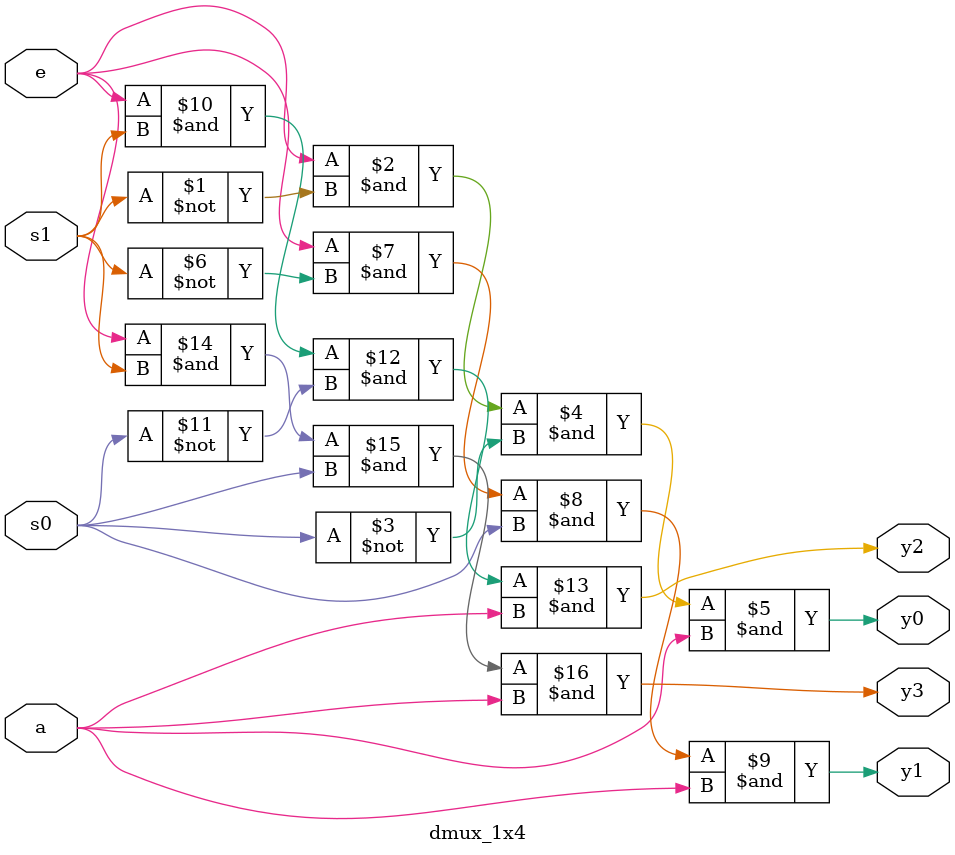
<source format=v>
module dmux_1x4(a,s1,s0,e,y0,y1,y2,y3);
input a,s1,s0,e;
output y0,y1,y2,y3;
assign y0 =e & ~s1 & ~s0 & a;
assign y1 = e & ~s1 & s0 & a;
assign y2 = e & s1 & ~s0 & a;
assign y3 = e & s1 & s0 & a;
endmodule

</source>
